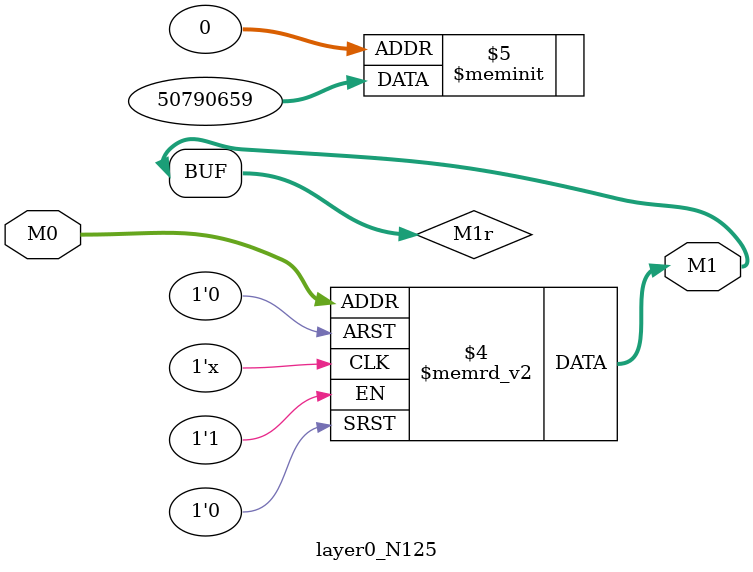
<source format=v>
module layer0_N125 ( input [3:0] M0, output [1:0] M1 );

	(*rom_style = "distributed" *) reg [1:0] M1r;
	assign M1 = M1r;
	always @ (M0) begin
		case (M0)
			4'b0000: M1r = 2'b11;
			4'b1000: M1r = 2'b11;
			4'b0100: M1r = 2'b01;
			4'b1100: M1r = 2'b11;
			4'b0010: M1r = 2'b00;
			4'b1010: M1r = 2'b00;
			4'b0110: M1r = 2'b00;
			4'b1110: M1r = 2'b00;
			4'b0001: M1r = 2'b00;
			4'b1001: M1r = 2'b01;
			4'b0101: M1r = 2'b00;
			4'b1101: M1r = 2'b00;
			4'b0011: M1r = 2'b00;
			4'b1011: M1r = 2'b00;
			4'b0111: M1r = 2'b00;
			4'b1111: M1r = 2'b00;

		endcase
	end
endmodule

</source>
